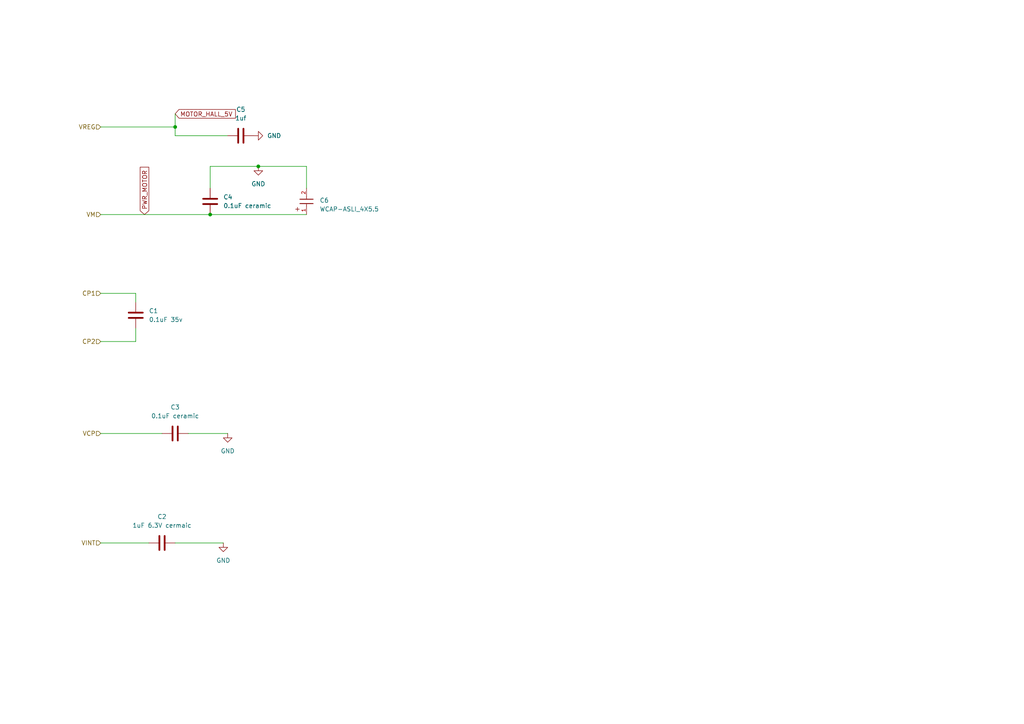
<source format=kicad_sch>
(kicad_sch (version 20250114) (generator "eeschema") (generator_version "9.0")
  (paper "A4")
  (title_block (title "Motor IC PWR") (date "2025-10-11") (rev "1") (company "Ginobeano"))
  (lib_symbols
    (symbol "Device:C" (pin_numbers (hide yes)) (pin_names (offset 0.254))
      (property "Reference" "C" (at 0.635 2.54 0))
      (property "Value" "C" (at 0.635 -2.54 0))
      (symbol "C_0_1"
        (polyline (pts (xy -2.032 0.762) (xy 2.032 0.762)) (stroke (width 0.508)))
        (polyline (pts (xy -2.032 -0.762) (xy 2.032 -0.762)) (stroke (width 0.508)))
      )
      (symbol "C_1_1"
        (pin passive line (at 0 3.81 270) (length 2.794) (name "~") (number "1"))
        (pin passive line (at 0 -3.81 90) (length 2.794) (name "~") (number "2"))
      )
    )
    (symbol "WCAP-ASLI_4X5.5:WCAP-ASLI_4X5.5" (pin_names (offset 1.016))
      (property "Reference" "C" (at 1.175 3.38 0))
      (property "Value" "WCAP-ASLI_4X5.5" (at 0.915 -5.075 0))
      (symbol "WCAP-ASLI_4X5.5_0_0"
        (polyline (pts (xy 0 0) (xy 0.6426 0)) (stroke (width 0.1524)))
        (polyline (pts (xy 0.635 -1.905) (xy 0.635 1.905)) (stroke (width 0.254)))
        (polyline (pts (xy 1.905 1.905) (xy 1.905 -1.905)) (stroke (width 0.254)))
        (polyline (pts (xy 1.9279 0) (xy 2.5705 0)) (stroke (width 0.1524)))
        (text "+" (at 2.54 -1.905 0) (effects (font (size 1.4224 1.4224)) (justify left bottom)))
        (pin passive line (at -2.54 0 0) (length 2.54) (name "~") (number "2"))
        (pin passive line (at 5.08 0 180) (length 2.54) (name "~") (number "1"))
      )
    )
    (symbol "power:GND" (power) (pin_numbers (hide yes)) (pin_names (offset 0) (hide yes))
      (property "Value" "GND" (at 0 -3.81 0))
      (symbol "GND_0_1"
        (polyline (pts (xy 0 0) (xy 0 -1.27) (xy 1.27 -1.27) (xy 0 -2.54) (xy -1.27 -1.27) (xy 0 -1.27)))
      )
      (symbol "GND_1_1"
        (pin power_in line (at 0 0 270) (length 0) (name "~") (number "1"))
      )
    )
  )
  (junction (at 74.93 48.26))
  (junction (at 60.96 62.23))
  (junction (at 50.8 36.83))
  (wire (pts (xy 29.21 62.23) (xy 60.96 62.23)))
  (wire (pts (xy 60.96 54.61) (xy 60.96 48.26)))
  (wire (pts (xy 29.21 36.83) (xy 50.8 36.83)))
  (wire (pts (xy 88.9 54.61) (xy 88.9 48.26)))
  (wire (pts (xy 74.93 48.26) (xy 88.9 48.26)))
  (wire (pts (xy 60.96 48.26) (xy 74.93 48.26)))
  (wire (pts (xy 29.21 125.73) (xy 46.99 125.73)))
  (wire (pts (xy 29.21 99.06) (xy 39.37 99.06)))
  (wire (pts (xy 50.8 39.37) (xy 66.04 39.37)))
  (wire (pts (xy 50.8 33.02) (xy 50.8 36.83)))
  (wire (pts (xy 50.8 36.83) (xy 50.8 39.37)))
  (wire (pts (xy 54.61 125.73) (xy 66.04 125.73)))
  (wire (pts (xy 39.37 87.63) (xy 39.37 85.09)))
  (wire (pts (xy 50.8 157.48) (xy 64.77 157.48)))
  (wire (pts (xy 39.37 85.09) (xy 29.21 85.09)))
  (wire (pts (xy 60.96 62.23) (xy 88.9 62.23)))
  (wire (pts (xy 29.21 157.48) (xy 43.18 157.48)))
  (wire (pts (xy 39.37 99.06) (xy 39.37 95.25)))
  (global_label "MOTOR_HALL_5V" (shape input) (at 50.8 33.02 0) (property "Intersheetrefs" "${INTERSHEET_REFS}" (effects (hide yes))))
  (global_label "PWR_MOTOR" (shape input) (at 41.91 62.23 90) (property "Intersheetrefs" "${INTERSHEET_REFS}" (effects (hide yes))))
  (hierarchical_label "VREG" (shape input) (at 29.21 36.83 180))
  (hierarchical_label "VCP" (shape input) (at 29.21 125.73 180))
  (hierarchical_label "CP2" (shape input) (at 29.21 99.06 180))
  (hierarchical_label "VINT" (shape input) (at 29.21 157.48 180))
  (hierarchical_label "CP1" (shape input) (at 29.21 85.09 180))
  (hierarchical_label "VM" (shape input) (at 29.21 62.23 180))
  (symbol (lib_id "Device:C") (at 46.99 157.48 90) (unit 1)
    (property "Reference" "C2" (at 46.99 149.86 90))
    (property "Value" "1uF 6.3V cermaic" (at 46.99 152.4 90))
    (property "Footprint" "Capacitor_SMD:C_0402_1005Metric" (effects (hide yes)))
    (property "Description" "Unpolarized capacitor" (effects (hide yes)))
  )
  (symbol (lib_id "power:GND") (at 73.66 39.37 90) (unit 1)
    (property "Reference" "#PWR019" (effects (hide yes)))
    (property "Value" "GND" (at 77.47 39.3699 90) (effects (justify right)))
    (property "Description" "Power symbol creates a global label with name \"GND\" , ground" (effects (hide yes)))
  )
  (symbol (lib_id "Device:C") (at 69.85 39.37 90) (unit 1)
    (property "Reference" "C5" (at 69.85 31.75 90))
    (property "Value" "1uf" (at 69.85 34.29 90))
    (property "Footprint" "Capacitor_SMD:C_0402_1005Metric" (effects (hide yes)))
    (property "Description" "Unpolarized capacitor" (effects (hide yes)))
  )
  (symbol (lib_id "power:GND") (at 66.04 125.73 0) (unit 1)
    (property "Reference" "#PWR018" (effects (hide yes)))
    (property "Value" "GND" (at 66.04 130.81 0))
    (property "Description" "Power symbol creates a global label with name \"GND\" , ground" (effects (hide yes)))
  )
  (symbol (lib_id "Device:C") (at 50.8 125.73 90) (unit 1)
    (property "Reference" "C3" (at 50.8 118.11 90))
    (property "Value" "0.1uF ceramic" (at 50.8 120.65 90))
    (property "Footprint" "Capacitor_SMD:C_0201_0603Metric" (effects (hide yes)))
    (property "Description" "Unpolarized capacitor" (effects (hide yes)))
  )
  (symbol (lib_id "power:GND") (at 64.77 157.48 0) (unit 1)
    (property "Reference" "#PWR017" (effects (hide yes)))
    (property "Value" "GND" (at 64.77 162.56 0))
    (property "Description" "Power symbol creates a global label with name \"GND\" , ground" (effects (hide yes)))
  )
  (symbol (lib_id "Device:C") (at 60.96 58.42 0) (unit 1)
    (property "Reference" "C4" (at 64.77 57.1499 0) (effects (justify left)))
    (property "Value" "0.1uF ceramic" (at 64.77 59.6899 0) (effects (justify left)))
    (property "Footprint" "Capacitor_SMD:C_0201_0603Metric" (effects (hide yes)))
    (property "Description" "Unpolarized capacitor" (effects (hide yes)))
  )
  (symbol (lib_id "WCAP-ASLI_4X5.5:WCAP-ASLI_4X5.5") (at 88.9 57.15 270) (unit 1)
    (property "Reference" "C6" (at 92.71 58.1168 90) (effects (justify left)))
    (property "Value" "WCAP-ASLI_4X5.5" (at 92.71 60.6568 90) (effects (justify left)))
    (property "Footprint" "865080340001:WCAP-ASLI_4X5.5_DXL_" (effects (hide yes)))
  )
  (symbol (lib_id "Device:C") (at 39.37 91.44 0) (unit 1)
    (property "Reference" "C1" (at 43.18 90.1699 0) (effects (justify left)))
    (property "Value" "0.1uF 35v" (at 43.18 92.7099 0) (effects (justify left)))
    (property "Footprint" "Capacitor_SMD:C_0201_0603Metric" (effects (hide yes)))
    (property "Description" "Unpolarized capacitor" (effects (hide yes)))
  )
  (symbol (lib_id "power:GND") (at 74.93 48.26 0) (unit 1)
    (property "Reference" "#PWR020" (effects (hide yes)))
    (property "Value" "GND" (at 74.93 53.34 0))
    (property "Description" "Power symbol creates a global label with name \"GND\" , ground" (effects (hide yes)))
  )
)
</source>
